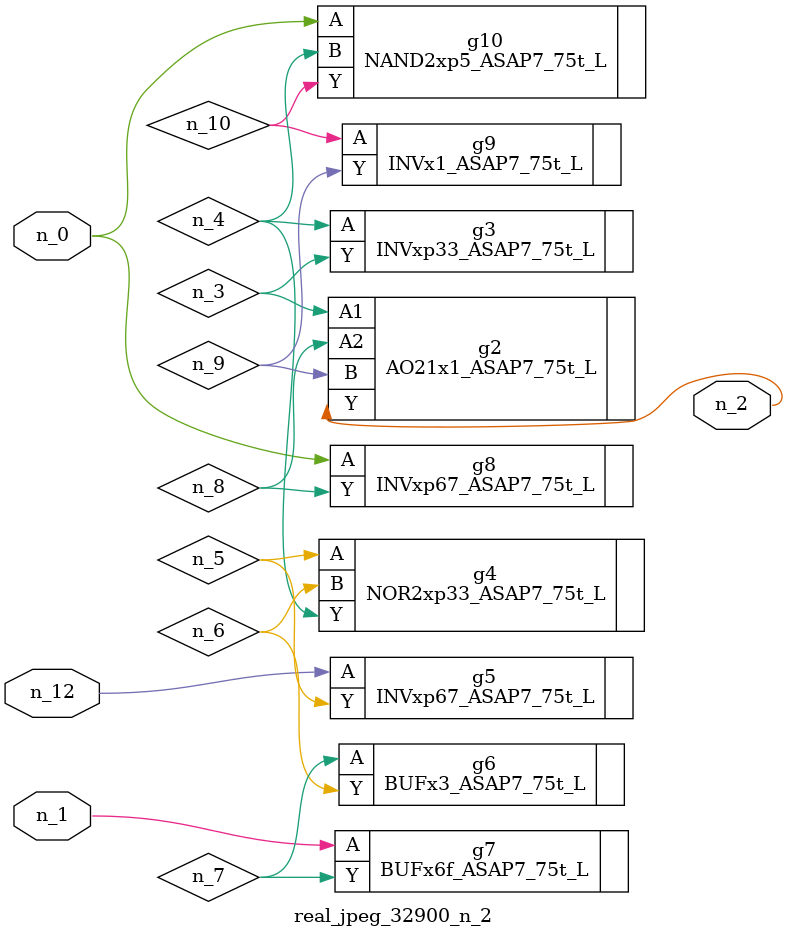
<source format=v>
module real_jpeg_32900_n_2 (n_12, n_1, n_0, n_2);

input n_12;
input n_1;
input n_0;

output n_2;

wire n_5;
wire n_8;
wire n_4;
wire n_6;
wire n_7;
wire n_3;
wire n_10;
wire n_9;

INVxp67_ASAP7_75t_L g8 ( 
.A(n_0),
.Y(n_8)
);

NAND2xp5_ASAP7_75t_L g10 ( 
.A(n_0),
.B(n_4),
.Y(n_10)
);

BUFx6f_ASAP7_75t_L g7 ( 
.A(n_1),
.Y(n_7)
);

AO21x1_ASAP7_75t_L g2 ( 
.A1(n_3),
.A2(n_8),
.B(n_9),
.Y(n_2)
);

INVxp33_ASAP7_75t_L g3 ( 
.A(n_4),
.Y(n_3)
);

NOR2xp33_ASAP7_75t_L g4 ( 
.A(n_5),
.B(n_6),
.Y(n_4)
);

BUFx3_ASAP7_75t_L g6 ( 
.A(n_7),
.Y(n_6)
);

INVx1_ASAP7_75t_L g9 ( 
.A(n_10),
.Y(n_9)
);

INVxp67_ASAP7_75t_L g5 ( 
.A(n_12),
.Y(n_5)
);


endmodule
</source>
